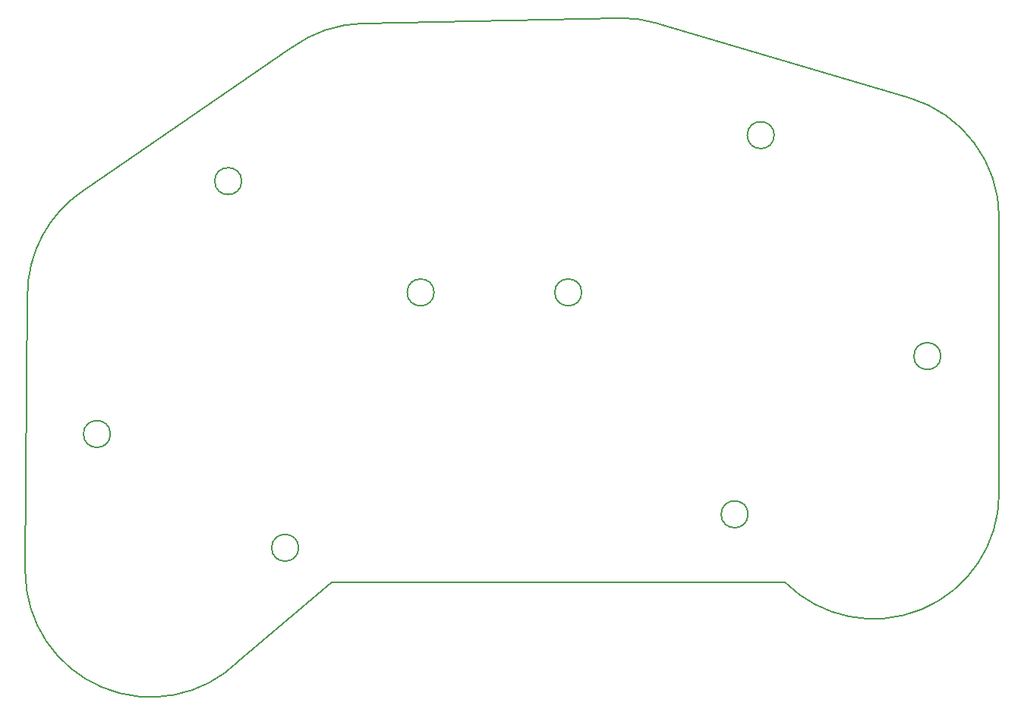
<source format=gm1>
G04 #@! TF.GenerationSoftware,KiCad,Pcbnew,6.0.2+dfsg-1*
G04 #@! TF.CreationDate,2022-07-22T15:02:53-04:00*
G04 #@! TF.ProjectId,buttonplate,62757474-6f6e-4706-9c61-74652e6b6963,rev?*
G04 #@! TF.SameCoordinates,Original*
G04 #@! TF.FileFunction,Profile,NP*
%FSLAX46Y46*%
G04 Gerber Fmt 4.6, Leading zero omitted, Abs format (unit mm)*
G04 Created by KiCad (PCBNEW 6.0.2+dfsg-1) date 2022-07-22 15:02:53*
%MOMM*%
%LPD*%
G01*
G04 APERTURE LIST*
G04 #@! TA.AperFunction,Profile*
%ADD10C,0.200000*%
G04 #@! TD*
G04 APERTURE END LIST*
D10*
X60123457Y-166116169D02*
X110639469Y-166116169D01*
X63610037Y-103711958D02*
X92063559Y-103106711D01*
X55671442Y-106388671D02*
X32322400Y-122431546D01*
X53392757Y-162273417D02*
G75*
G03*
X56392757Y-162273417I1500000J0D01*
G01*
X50038717Y-121330591D02*
G75*
G03*
X47038717Y-121330591I-1500000J0D01*
G01*
X25913075Y-164953792D02*
G75*
G03*
X49688399Y-174956418I13991787J-1D01*
G01*
X32400391Y-149566213D02*
G75*
G03*
X35400391Y-149566213I1500000J0D01*
G01*
X96433723Y-103713569D02*
G75*
G03*
X92063559Y-103106711I-4085501J-13382047D01*
G01*
X35400391Y-149566213D02*
G75*
G03*
X32400391Y-149566213I-1500000J0D01*
G01*
X134539804Y-125450892D02*
G75*
G03*
X124519647Y-112027867I-13991787J6755D01*
G01*
X106529807Y-158532125D02*
G75*
G03*
X103529807Y-158532125I-1500000J0D01*
G01*
X125024832Y-140869912D02*
G75*
G03*
X128024832Y-140869912I1500000J0D01*
G01*
X109440304Y-116195552D02*
G75*
G03*
X106440304Y-116195552I-1500000J0D01*
G01*
X26157719Y-134029242D02*
X25913075Y-164953792D01*
X106440304Y-116195552D02*
G75*
G03*
X109440304Y-116195552I1500000J0D01*
G01*
X63610037Y-103711958D02*
G75*
G03*
X55671442Y-106388671I296092J-13988649D01*
G01*
X128024832Y-140869912D02*
G75*
G03*
X125024832Y-140869912I-1500000J0D01*
G01*
X60123457Y-166116169D02*
X49688399Y-174956418D01*
X32322400Y-122431546D02*
G75*
G03*
X26157719Y-134029242I7827106J-11597695D01*
G01*
X87969676Y-133755482D02*
G75*
G03*
X84969676Y-133755482I-1500000J0D01*
G01*
X110639469Y-166116169D02*
G75*
G03*
X134524943Y-156229237I9893688J9893688D01*
G01*
X84969676Y-133755482D02*
G75*
G03*
X87969676Y-133755482I1500000J0D01*
G01*
X96433723Y-103713569D02*
X124519647Y-112027867D01*
X56392757Y-162273417D02*
G75*
G03*
X53392757Y-162273417I-1500000J0D01*
G01*
X68502400Y-133756400D02*
G75*
G03*
X71502400Y-133756400I1500000J0D01*
G01*
X47038717Y-121330591D02*
G75*
G03*
X50038717Y-121330591I1500000J0D01*
G01*
X103529807Y-158532125D02*
G75*
G03*
X106529807Y-158532125I1500000J0D01*
G01*
X134539804Y-125450892D02*
X134524943Y-156229237D01*
X71502400Y-133756400D02*
G75*
G03*
X68502400Y-133756400I-1500000J0D01*
G01*
M02*

</source>
